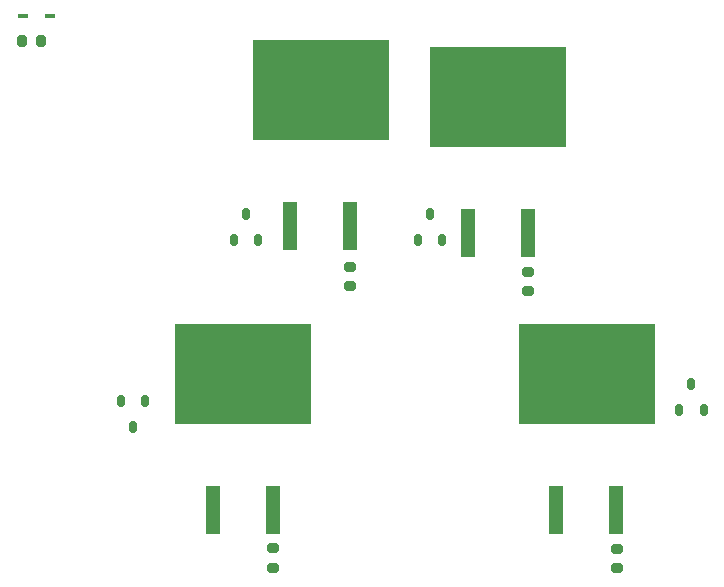
<source format=gbr>
%TF.GenerationSoftware,KiCad,Pcbnew,8.0.0*%
%TF.CreationDate,2025-02-08T12:11:07-03:30*%
%TF.ProjectId,H_Bridges,485f4272-6964-4676-9573-2e6b69636164,rev?*%
%TF.SameCoordinates,Original*%
%TF.FileFunction,Paste,Bot*%
%TF.FilePolarity,Positive*%
%FSLAX46Y46*%
G04 Gerber Fmt 4.6, Leading zero omitted, Abs format (unit mm)*
G04 Created by KiCad (PCBNEW 8.0.0) date 2025-02-08 12:11:07*
%MOMM*%
%LPD*%
G01*
G04 APERTURE LIST*
G04 Aperture macros list*
%AMRoundRect*
0 Rectangle with rounded corners*
0 $1 Rounding radius*
0 $2 $3 $4 $5 $6 $7 $8 $9 X,Y pos of 4 corners*
0 Add a 4 corners polygon primitive as box body*
4,1,4,$2,$3,$4,$5,$6,$7,$8,$9,$2,$3,0*
0 Add four circle primitives for the rounded corners*
1,1,$1+$1,$2,$3*
1,1,$1+$1,$4,$5*
1,1,$1+$1,$6,$7*
1,1,$1+$1,$8,$9*
0 Add four rect primitives between the rounded corners*
20,1,$1+$1,$2,$3,$4,$5,0*
20,1,$1+$1,$4,$5,$6,$7,0*
20,1,$1+$1,$6,$7,$8,$9,0*
20,1,$1+$1,$8,$9,$2,$3,0*%
G04 Aperture macros list end*
%ADD10RoundRect,0.150000X0.150000X-0.350000X0.150000X0.350000X-0.150000X0.350000X-0.150000X-0.350000X0*%
%ADD11RoundRect,0.200000X0.275000X-0.200000X0.275000X0.200000X-0.275000X0.200000X-0.275000X-0.200000X0*%
%ADD12RoundRect,0.200000X-0.200000X-0.275000X0.200000X-0.275000X0.200000X0.275000X-0.200000X0.275000X0*%
%ADD13R,0.812800X0.355600*%
%ADD14R,1.244600X4.064000*%
%ADD15R,11.531600X8.559800*%
%ADD16RoundRect,0.150000X-0.150000X0.350000X-0.150000X-0.350000X0.150000X-0.350000X0.150000X0.350000X0*%
%ADD17RoundRect,0.200000X-0.275000X0.200000X-0.275000X-0.200000X0.275000X-0.200000X0.275000X0.200000X0*%
G04 APERTURE END LIST*
D10*
%TO.C,D9*%
X186580000Y-84100000D03*
X184520000Y-84100000D03*
X185550000Y-81900000D03*
%TD*%
D11*
%TO.C,R6*%
X150100000Y-97475000D03*
X150100000Y-95825000D03*
%TD*%
%TO.C,R5*%
X156650000Y-73675000D03*
X156650000Y-72025000D03*
%TD*%
D12*
%TO.C,R13*%
X128877600Y-52910000D03*
X130527600Y-52910000D03*
%TD*%
D11*
%TO.C,R8*%
X179250000Y-97537700D03*
X179250000Y-95887700D03*
%TD*%
D13*
%TO.C,D13*%
X128982400Y-50760000D03*
X131217600Y-50760000D03*
%TD*%
D14*
%TO.C,Q6*%
X150090000Y-92626200D03*
D15*
X147600800Y-81107300D03*
D14*
X145010000Y-92626200D03*
%TD*%
D16*
%TO.C,D7*%
X137270000Y-83400000D03*
X139330000Y-83400000D03*
X138300000Y-85600000D03*
%TD*%
D14*
%TO.C,Q8*%
X179190000Y-92574000D03*
D15*
X176700800Y-81055100D03*
D14*
X174110000Y-92574000D03*
%TD*%
D10*
%TO.C,D8*%
X164470750Y-69710750D03*
X162410750Y-69710750D03*
X163440750Y-67510750D03*
%TD*%
D17*
%TO.C,R7*%
X171700000Y-72425000D03*
X171700000Y-74075000D03*
%TD*%
D14*
%TO.C,Q5*%
X156680750Y-68591950D03*
D15*
X154191550Y-57073050D03*
D14*
X151600750Y-68591950D03*
%TD*%
%TO.C,Q7*%
X171690000Y-69174000D03*
D15*
X169200800Y-57655100D03*
D14*
X166610000Y-69174000D03*
%TD*%
D10*
%TO.C,D6*%
X148870750Y-69740750D03*
X146810750Y-69740750D03*
X147840750Y-67540750D03*
%TD*%
M02*

</source>
